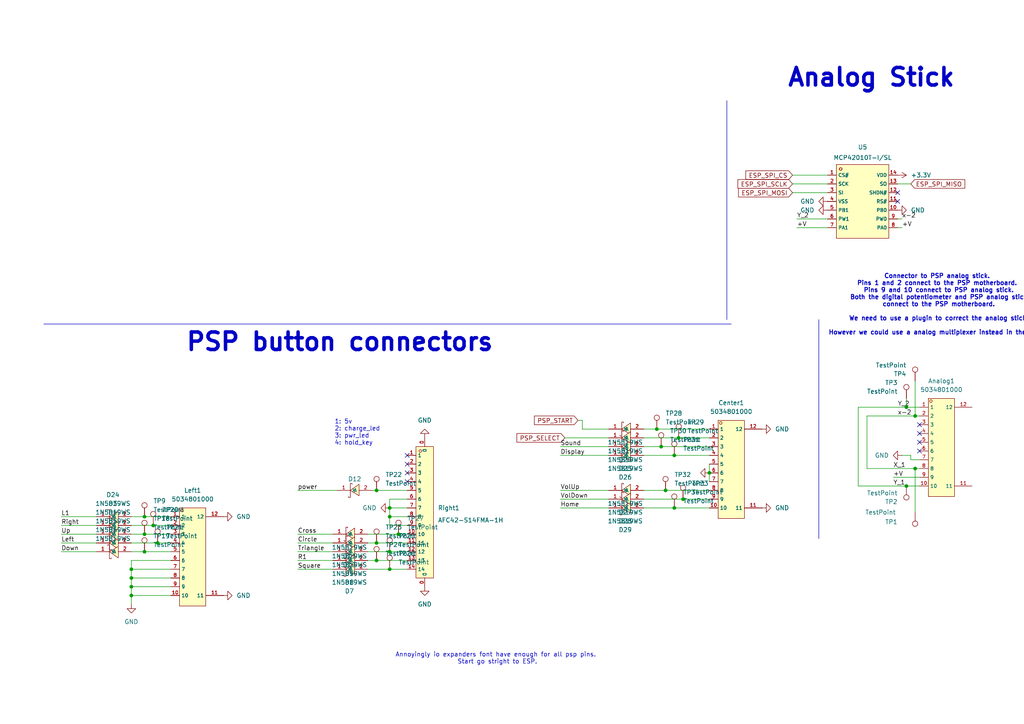
<source format=kicad_sch>
(kicad_sch (version 20231120) (generator "eeschema") (generator_version "8.0")
  (paper "A4")
  (title_block (title "PSP-Bluetooth") (date "2024-07-25") (rev "0.1") (comment 2 "https://github.com/ste2425/PSP-Bluetooth") (comment 4 "UNDER REVIEW - SUBJECT TO CHANGE"))
  (lib_symbols
    (symbol "5034801000_1"
      (property "Reference" "P" (at 0 1.27 0))
      (property "Value" "5034801000" (at 0 -2.54 0))
      (symbol "5034801000_1_0_1"
        (rectangle (start -1.27 13.97) (end 6.35 -14.478) (fill (type background)))
        (circle (center -0.508 13.208) (radius 0.381) (fill (type background)))
        (pin unspecified line (at -3.81 11.43 0) (length 2.54) (name "1") (number "1"))
        (pin unspecified line (at -3.81 -11.43 0) (length 2.54) (name "10") (number "10"))
        (pin unspecified line (at 11.43 -11.43 180) (length 5.08) (name "11") (number "11"))
        (pin unspecified line (at 11.43 11.43 180) (length 5.08) (name "12") (number "12"))
        (pin unspecified line (at -3.81 8.89 0) (length 2.54) (name "2") (number "2"))
        (pin unspecified line (at -3.81 6.35 0) (length 2.54) (name "3") (number "3"))
        (pin unspecified line (at -3.81 3.81 0) (length 2.54) (name "4") (number "4"))
        (pin unspecified line (at -3.81 1.27 0) (length 2.54) (name "5") (number "5"))
        (pin unspecified line (at -3.81 -1.27 0) (length 2.54) (name "6") (number "6"))
        (pin unspecified line (at -3.81 -3.81 0) (length 2.54) (name "7") (number "7"))
        (pin unspecified line (at -3.81 -6.35 0) (length 2.54) (name "8") (number "8"))
        (pin unspecified line (at -3.81 -8.89 0) (length 2.54) (name "9") (number "9"))
      )
    )
    (symbol "Connector:TestPoint" (pin_numbers hide) (pin_names (offset 0.762) hide)
      (property "Reference" "TP" (at 0 6.858 0))
      (property "Value" "TestPoint" (at 0 5.08 0))
      (symbol "TestPoint_0_1"
        (circle (center 0 3.302) (radius 0.762))
      )
      (symbol "TestPoint_1_1"
        (pin passive line (at 0 0 90) (length 2.54) (name "1") (number "1"))
      )
    )
    (symbol "JLCPCB_schematic:1N5819WS"
      (property "Reference" "D" (at 0 1.27 0))
      (property "Value" "1N5819WS" (at 0 -2.54 0))
      (symbol "1N5819WS_0_1"
        (polyline (pts (xy -1.27 0) (xy -1.27 -2.032) (xy -0.762 -2.032) (xy -0.762 -1.778)))
        (polyline (pts (xy -1.27 0) (xy -1.27 2.032) (xy -1.778 2.032) (xy -1.778 1.778)))
        (polyline (pts (xy 1.27 1.524) (xy -1.27 0) (xy 1.27 -1.778) (xy 1.27 1.524)) (fill (type background)))
        (pin unspecified line (at -5.08 0 0) (length 3.81) (name "K") (number "1"))
        (pin unspecified line (at 5.08 0 180) (length 3.81) (name "A") (number "2"))
      )
    )
    (symbol "JLCPCB_schematic:AFC42-S14FMA-1H"
      (property "Reference" "U" (at 0 1.27 0))
      (property "Value" "AFC42-S14FMA-1H" (at 0 -2.54 0))
      (symbol "AFC42-S14FMA-1H_0_1"
        (rectangle (start -2.54 19.05) (end 2.54 -19.05) (fill (type background)))
        (circle (center -1.27 17.78) (radius 0.381) (fill (type background)))
        (pin unspecified line (at 0 -21.59 90) (length 2.54) (name "0") (number "0"))
        (pin unspecified line (at 0 21.59 270) (length 2.54) (name "0") (number "0"))
        (pin unspecified line (at -5.08 16.51 0) (length 2.54) (name "1") (number "1"))
        (pin unspecified line (at -5.08 -6.35 0) (length 2.54) (name "10") (number "10"))
        (pin unspecified line (at -5.08 -8.89 0) (length 2.54) (name "11") (number "11"))
        (pin unspecified line (at -5.08 -11.43 0) (length 2.54) (name "12") (number "12"))
        (pin unspecified line (at -5.08 -13.97 0) (length 2.54) (name "13") (number "13"))
        (pin unspecified line (at -5.08 -16.51 0) (length 2.54) (name "14") (number "14"))
        (pin unspecified line (at -5.08 13.97 0) (length 2.54) (name "2") (number "2"))
        (pin unspecified line (at -5.08 11.43 0) (length 2.54) (name "3") (number "3"))
        (pin unspecified line (at -5.08 8.89 0) (length 2.54) (name "4") (number "4"))
        (pin unspecified line (at -5.08 6.35 0) (length 2.54) (name "5") (number "5"))
        (pin unspecified line (at -5.08 3.81 0) (length 2.54) (name "6") (number "6"))
        (pin unspecified line (at -5.08 1.27 0) (length 2.54) (name "7") (number "7"))
        (pin unspecified line (at -5.08 -1.27 0) (length 2.54) (name "8") (number "8"))
        (pin unspecified line (at -5.08 -3.81 0) (length 2.54) (name "9") (number "9"))
      )
    )
    (symbol "JLCPCB_schematic:MCP42010T-I/SL"
      (property "Reference" "U" (at 0 1.27 0))
      (property "Value" "MCP42010T-I{slash}SL" (at 0 -2.54 0))
      (symbol "MCP42010T-I/SL_0_1"
        (rectangle (start -7.62 10.668) (end 7.62 -10.668) (fill (type background)))
        (circle (center -6.35 9.398) (radius 0.381) (fill (type background)))
        (circle (center -6.35 9.398) (radius 0.381) (fill (type background)))
        (pin unspecified line (at -10.16 7.62 0) (length 2.54) (name "CS#") (number "1"))
        (pin unspecified line (at 10.16 -2.54 180) (length 2.54) (name "PB0") (number "10"))
        (pin unspecified line (at 10.16 0 180) (length 2.54) (name "RS#") (number "11"))
        (pin unspecified line (at 10.16 2.54 180) (length 2.54) (name "SHDN#") (number "12"))
        (pin unspecified line (at 10.16 5.08 180) (length 2.54) (name "SO") (number "13"))
        (pin unspecified line (at 10.16 7.62 180) (length 2.54) (name "VDD") (number "14"))
        (pin unspecified line (at -10.16 5.08 0) (length 2.54) (name "SCK") (number "2"))
        (pin unspecified line (at -10.16 2.54 0) (length 2.54) (name "SI") (number "3"))
        (pin unspecified line (at -10.16 0 0) (length 2.54) (name "VSS") (number "4"))
        (pin unspecified line (at -10.16 -2.54 0) (length 2.54) (name "PB1") (number "5"))
        (pin unspecified line (at -10.16 -5.08 0) (length 2.54) (name "PW1") (number "6"))
        (pin unspecified line (at -10.16 -7.62 0) (length 2.54) (name "PA1") (number "7"))
        (pin unspecified line (at 10.16 -7.62 180) (length 2.54) (name "PA0") (number "8"))
        (pin unspecified line (at 10.16 -5.08 180) (length 2.54) (name "PW0") (number "9"))
      )
    )
    (symbol "power:+3.3V" (power) (pin_numbers hide) (pin_names (offset 0) hide)
      (property "Value" "+3.3V" (at 0 3.556 0))
      (symbol "+3.3V_0_1"
        (polyline (pts (xy -0.762 1.27) (xy 0 2.54)))
        (polyline (pts (xy 0 0) (xy 0 2.54)))
        (polyline (pts (xy 0 2.54) (xy 0.762 1.27)))
      )
      (symbol "+3.3V_1_1"
        (pin power_in line (at 0 0 90) (length 0) (name "~") (number "1"))
      )
    )
    (symbol "power:GND" (power) (pin_numbers hide) (pin_names (offset 0) hide)
      (property "Value" "GND" (at 0 -3.81 0))
      (symbol "GND_0_1"
        (polyline (pts (xy 0 0) (xy 0 -1.27) (xy 1.27 -1.27) (xy 0 -2.54) (xy -1.27 -1.27) (xy 0 -1.27)))
      )
      (symbol "GND_1_1"
        (pin power_in line (at 0 0 270) (length 0) (name "~") (number "1"))
      )
    )
  )
  (junction (at 113.03 147.32))
  (junction (at 262.89 140.97))
  (junction (at 113.03 149.86))
  (junction (at 41.91 160.02))
  (junction (at 115.57 154.94))
  (junction (at 109.22 162.56))
  (junction (at 193.04 142.24))
  (junction (at 109.22 142.24))
  (junction (at 196.85 127))
  (junction (at 109.22 157.48))
  (junction (at 265.43 135.89))
  (junction (at 38.1 165.1))
  (junction (at 198.12 144.78))
  (junction (at 205.74 137.16))
  (junction (at 262.89 118.11))
  (junction (at 113.03 160.02))
  (junction (at 45.72 157.48))
  (junction (at 113.03 165.1))
  (junction (at 195.58 147.32))
  (junction (at 265.43 120.65))
  (junction (at 41.91 149.86))
  (junction (at 195.58 132.08))
  (junction (at 38.1 172.72))
  (junction (at 44.45 152.4))
  (junction (at 190.5 124.46))
  (junction (at 41.91 154.94))
  (junction (at 38.1 170.18))
  (junction (at 191.77 129.54))
  (junction (at 38.1 167.64))
  (no_connect (at 266.7 125.73))
  (no_connect (at 260.35 58.42))
  (no_connect (at 118.11 132.08))
  (no_connect (at 266.7 130.81))
  (no_connect (at 118.11 134.62))
  (no_connect (at 260.35 55.88))
  (no_connect (at 266.7 123.19))
  (no_connect (at 266.7 128.27))
  (no_connect (at 118.11 139.7))
  (no_connect (at 118.11 137.16))
  (wire (pts (xy 106.68 160.02) (xy 113.03 160.02)))
  (wire (pts (xy 259.08 138.43) (xy 266.7 138.43)))
  (wire (pts (xy 265.43 110.49) (xy 265.43 120.65)))
  (wire (pts (xy 229.87 50.8) (xy 240.03 50.8)))
  (wire (pts (xy 17.78 154.94) (xy 27.94 154.94)))
  (wire (pts (xy 118.11 149.86) (xy 113.03 149.86)))
  (wire (pts (xy 17.78 160.02) (xy 27.94 160.02)))
  (wire (pts (xy 265.43 120.65) (xy 266.7 120.65)))
  (wire (pts (xy 162.56 147.32) (xy 176.53 147.32)))
  (wire (pts (xy 186.69 132.08) (xy 195.58 132.08)))
  (wire (pts (xy 41.91 154.94) (xy 49.53 154.94)))
  (wire (pts (xy 38.1 172.72) (xy 49.53 172.72)))
  (wire (pts (xy 205.74 134.62) (xy 205.74 137.16)))
  (wire (pts (xy 118.11 144.78) (xy 113.03 144.78)))
  (wire (pts (xy 113.03 152.4) (xy 113.03 149.86)))
  (wire (pts (xy 229.87 55.88) (xy 240.03 55.88)))
  (wire (pts (xy 193.04 142.24) (xy 205.74 142.24)))
  (wire (pts (xy 163.83 127) (xy 176.53 127)))
  (wire (pts (xy 113.03 149.86) (xy 113.03 147.32)))
  (wire (pts (xy 265.43 135.89) (xy 266.7 135.89)))
  (wire (pts (xy 86.36 165.1) (xy 96.52 165.1)))
  (wire (pts (xy 38.1 162.56) (xy 38.1 165.1)))
  (wire (pts (xy 107.95 142.24) (xy 109.22 142.24)))
  (wire (pts (xy 168.91 124.46) (xy 176.53 124.46)))
  (wire (pts (xy 38.1 149.86) (xy 41.91 149.86)))
  (wire (pts (xy 260.35 66.04) (xy 261.62 66.04)))
  (wire (pts (xy 260.35 63.5) (xy 261.62 63.5)))
  (polyline (pts (xy 12.7 93.98) (xy 212.09 93.98)))
  (wire (pts (xy 195.58 147.32) (xy 205.74 147.32)))
  (wire (pts (xy 106.68 165.1) (xy 113.03 165.1)))
  (wire (pts (xy 86.36 160.02) (xy 96.52 160.02)))
  (wire (pts (xy 115.57 154.94) (xy 118.11 154.94)))
  (wire (pts (xy 38.1 157.48) (xy 45.72 157.48)))
  (wire (pts (xy 186.69 142.24) (xy 193.04 142.24)))
  (wire (pts (xy 106.68 157.48) (xy 109.22 157.48)))
  (wire (pts (xy 86.36 162.56) (xy 96.52 162.56)))
  (wire (pts (xy 231.14 63.5) (xy 240.03 63.5)))
  (wire (pts (xy 38.1 170.18) (xy 38.1 172.72)))
  (wire (pts (xy 113.03 165.1) (xy 118.11 165.1)))
  (wire (pts (xy 38.1 167.64) (xy 38.1 170.18)))
  (wire (pts (xy 113.03 160.02) (xy 118.11 160.02)))
  (wire (pts (xy 266.7 133.35) (xy 264.16 133.35)))
  (wire (pts (xy 186.69 147.32) (xy 195.58 147.32)))
  (wire (pts (xy 251.46 135.89) (xy 265.43 135.89)))
  (wire (pts (xy 167.64 121.92) (xy 168.91 121.92)))
  (wire (pts (xy 17.78 157.48) (xy 27.94 157.48)))
  (wire (pts (xy 168.91 121.92) (xy 168.91 124.46)))
  (wire (pts (xy 198.12 144.78) (xy 205.74 144.78)))
  (wire (pts (xy 118.11 152.4) (xy 113.03 152.4)))
  (wire (pts (xy 162.56 132.08) (xy 176.53 132.08)))
  (wire (pts (xy 260.35 53.34) (xy 264.16 53.34)))
  (wire (pts (xy 38.1 170.18) (xy 49.53 170.18)))
  (wire (pts (xy 109.22 162.56) (xy 118.11 162.56)))
  (wire (pts (xy 17.78 152.4) (xy 27.94 152.4)))
  (wire (pts (xy 265.43 148.59) (xy 265.43 135.89)))
  (wire (pts (xy 162.56 142.24) (xy 176.53 142.24)))
  (wire (pts (xy 106.68 154.94) (xy 115.57 154.94)))
  (wire (pts (xy 251.46 135.89) (xy 251.46 120.65)))
  (wire (pts (xy 264.16 133.35) (xy 264.16 132.08)))
  (polyline (pts (xy 210.82 29.21) (xy 210.82 92.71)))
  (wire (pts (xy 113.03 147.32) (xy 113.03 144.78)))
  (wire (pts (xy 262.89 115.57) (xy 262.89 118.11)))
  (wire (pts (xy 41.91 160.02) (xy 49.53 160.02)))
  (wire (pts (xy 262.89 118.11) (xy 266.7 118.11)))
  (wire (pts (xy 38.1 165.1) (xy 38.1 167.64)))
  (wire (pts (xy 251.46 120.65) (xy 265.43 120.65)))
  (wire (pts (xy 118.11 147.32) (xy 113.03 147.32)))
  (wire (pts (xy 86.36 142.24) (xy 97.79 142.24)))
  (wire (pts (xy 162.56 129.54) (xy 176.53 129.54)))
  (wire (pts (xy 186.69 124.46) (xy 190.5 124.46)))
  (wire (pts (xy 248.92 118.11) (xy 262.89 118.11)))
  (polyline (pts (xy 237.49 92.71) (xy 237.49 156.21)))
  (wire (pts (xy 229.87 53.34) (xy 240.03 53.34)))
  (wire (pts (xy 162.56 144.78) (xy 176.53 144.78)))
  (wire (pts (xy 86.36 154.94) (xy 96.52 154.94)))
  (wire (pts (xy 49.53 162.56) (xy 38.1 162.56)))
  (wire (pts (xy 262.89 140.97) (xy 266.7 140.97)))
  (wire (pts (xy 38.1 152.4) (xy 44.45 152.4)))
  (wire (pts (xy 17.78 149.86) (xy 27.94 149.86)))
  (wire (pts (xy 109.22 142.24) (xy 118.11 142.24)))
  (wire (pts (xy 38.1 167.64) (xy 49.53 167.64)))
  (wire (pts (xy 38.1 172.72) (xy 38.1 175.26)))
  (wire (pts (xy 264.16 132.08) (xy 261.62 132.08)))
  (wire (pts (xy 190.5 124.46) (xy 205.74 124.46)))
  (wire (pts (xy 195.58 132.08) (xy 205.74 132.08)))
  (wire (pts (xy 86.36 157.48) (xy 96.52 157.48)))
  (wire (pts (xy 38.1 154.94) (xy 41.91 154.94)))
  (wire (pts (xy 41.91 149.86) (xy 49.53 149.86)))
  (wire (pts (xy 106.68 162.56) (xy 109.22 162.56)))
  (wire (pts (xy 231.14 66.04) (xy 240.03 66.04)))
  (wire (pts (xy 248.92 140.97) (xy 262.89 140.97)))
  (wire (pts (xy 44.45 152.4) (xy 49.53 152.4)))
  (wire (pts (xy 186.69 144.78) (xy 198.12 144.78)))
  (wire (pts (xy 248.92 140.97) (xy 248.92 118.11)))
  (wire (pts (xy 38.1 165.1) (xy 49.53 165.1)))
  (wire (pts (xy 38.1 160.02) (xy 41.91 160.02)))
  (wire (pts (xy 45.72 157.48) (xy 49.53 157.48)))
  (wire (pts (xy 205.74 137.16) (xy 205.74 139.7)))
  (wire (pts (xy 196.85 127) (xy 205.74 127)))
  (wire (pts (xy 109.22 157.48) (xy 118.11 157.48)))
  (wire (pts (xy 186.69 129.54) (xy 191.77 129.54)))
  (wire (pts (xy 186.69 127) (xy 196.85 127)))
  (wire (pts (xy 191.77 129.54) (xy 205.74 129.54)))
  (text "PSP button connectors" (at 98.552 99.314 0) (effects (font (size 5.08 5.08) (thickness 1.016) (bold yes))))
  (text "1: 5v\n2: charge_led\n3: pwr_led\n4: hold_key" (at 97.028 125.476 0) (effects (font (size 1.27 1.27)) (justify left)))
  (text "Annoyingly io expanders font have enough for all psp pins. \nStart go stright to ESP." (at 144.272 191.008 0) (effects (font (size 1.27 1.27))))
  (text "Analog Stick" (at 252.73 22.606 0) (effects (font (size 5.08 5.08) (thickness 1.016) (bold yes))))
  (text "Connector to PSP analog stick. \nPins 1 and 2 connect to the PSP motherboard. \nPins 9 and 10 connect to PSP analog stick.\nBoth the digital potentiometer and PSP analog stick\nconnect to the PSP motherboard.\n\nWe need to use a plugin to correct the analog stick.\n\nHowever we could use a analog multiplexer instead in the future" (at 272.288 88.392 0) (effects (font (size 1.27 1.27) (bold yes))))
  (label "x-2" (at 261.62 63.5 0))
  (label "Left" (at 17.78 157.48 0))
  (label "Cross" (at 86.36 154.94 0))
  (label "X_1" (at 259.08 135.89 0))
  (label "Y_2" (at 231.14 63.5 0))
  (label "VolUp" (at 162.56 142.24 0))
  (label "+V" (at 259.08 138.43 0))
  (label "Y_2" (at 260.35 118.11 0))
  (label "R1" (at 86.36 162.56 0))
  (label "Display" (at 162.56 132.08 0))
  (label "Down" (at 17.78 160.02 0))
  (label "Triangle" (at 86.36 160.02 0))
  (label "+V" (at 231.14 66.04 0))
  (label "x-2" (at 260.35 120.65 0))
  (label "Right" (at 17.78 152.4 0))
  (label "L1" (at 17.78 149.86 0))
  (label "+V" (at 261.62 66.04 0))
  (label "Circle" (at 86.36 157.48 0))
  (label "power" (at 86.36 142.24 0))
  (label "Sound" (at 162.56 129.54 0))
  (label "Home" (at 162.56 147.32 0))
  (label "Square" (at 86.36 165.1 0))
  (label "Y_1" (at 259.08 140.97 0))
  (label "Up" (at 17.78 154.94 0))
  (label "VolDown" (at 162.56 144.78 0))
  (global_label "ESP_SPI_MOSI" (shape input) (at 229.87 55.88 180) (property "Intersheetrefs" "${INTERSHEET_REFS}" (effects (hide yes))))
  (global_label "ESP_SPI_MISO" (shape input) (at 264.16 53.34 0) (property "Intersheetrefs" "${INTERSHEET_REFS}" (effects (hide yes))))
  (global_label "ESP_SPI_CS" (shape input) (at 229.87 50.8 180) (property "Intersheetrefs" "${INTERSHEET_REFS}" (effects (hide yes))))
  (global_label "ESP_SPI_SCLK" (shape input) (at 229.87 53.34 180) (property "Intersheetrefs" "${INTERSHEET_REFS}" (effects (hide yes))))
  (global_label "PSP_SELECT" (shape input) (at 163.83 127 180) (property "Intersheetrefs" "${INTERSHEET_REFS}" (effects (hide yes))))
  (global_label "PSP_START" (shape input) (at 167.64 121.92 180) (property "Intersheetrefs" "${INTERSHEET_REFS}" (effects (hide yes))))
  (symbol (lib_id "power:GND") (at 220.98 124.46 90) (unit 1)
    (property "Reference" "#PWR039" (effects (hide yes)))
    (property "Value" "GND" (at 224.79 124.4599 90) (effects (justify right)))
    (property "Description" "Power symbol creates a global label with name \"GND\" , ground" (effects (hide yes)))
  )
  (symbol (lib_id "power:GND") (at 123.19 127 180) (unit 1)
    (property "Reference" "#PWR068" (effects (hide yes)))
    (property "Value" "GND" (at 123.19 121.92 0))
    (property "Description" "Power symbol creates a global label with name \"GND\" , ground" (effects (hide yes)))
  )
  (symbol (lib_id "power:GND") (at 64.77 172.72 90) (unit 1)
    (property "Reference" "#PWR047" (effects (hide yes)))
    (property "Value" "GND" (at 68.58 172.7199 90) (effects (justify right)))
    (property "Description" "Power symbol creates a global label with name \"GND\" , ground" (effects (hide yes)))
  )
  (symbol (lib_id "JLCPCB_schematic:1N5819WS") (at 33.02 157.48 0) (unit 1)
    (property "Reference" "D5" (at 32.766 151.13 0))
    (property "Value" "1N5819WS" (at 32.766 153.67 0))
    (property "Footprint" "JLCPCB_footprint:SOD-323_L1.8-W1.3-LS2.5-RD" (effects (hide yes)))
    (property "Datasheet" "https://item.szlcsc.com/295156.html" (effects (hide yes)))
    (property "Description" "shotkey diode" (effects (hide yes)))
    (property "LCSC" "C191023" (effects (hide yes)))
  )
  (symbol (lib_id "power:GND") (at 123.19 170.18 0) (unit 1)
    (property "Reference" "#PWR069" (effects (hide yes)))
    (property "Value" "GND" (at 123.19 175.26 0))
    (property "Description" "Power symbol creates a global label with name \"GND\" , ground" (effects (hide yes)))
  )
  (symbol (lib_id "Connector:TestPoint") (at 41.91 160.02 0) (unit 1)
    (property "Reference" "TP19" (at 44.45 155.4479 0) (effects (justify left)))
    (property "Value" "TestPoint" (at 44.45 157.9879 0) (effects (justify left)))
    (property "Footprint" "TestPoint:TestPoint_Pad_1.0x1.0mm" (effects (hide yes)))
    (property "Description" "test point" (effects (hide yes)))
  )
  (symbol (lib_id "JLCPCB_schematic:1N5819WS") (at 101.6 165.1 0) (mirror x) (unit 1)
    (property "Reference" "D7" (at 101.346 171.45 0))
    (property "Value" "1N5819WS" (at 101.346 168.91 0))
    (property "Footprint" "JLCPCB_footprint:SOD-323_L1.8-W1.3-LS2.5-RD" (effects (hide yes)))
    (property "Datasheet" "https://item.szlcsc.com/295156.html" (effects (hide yes)))
    (property "Description" "shotkey diode" (effects (hide yes)))
    (property "LCSC" "C191023" (effects (hide yes)))
  )
  (symbol (lib_id "power:GND") (at 261.62 132.08 270) (unit 1)
    (property "Reference" "#PWR040" (effects (hide yes)))
    (property "Value" "GND" (at 257.81 132.0799 90) (effects (justify right)))
    (property "Description" "Power symbol creates a global label with name \"GND\" , ground" (effects (hide yes)))
  )
  (symbol (lib_id "power:GND") (at 38.1 175.26 0) (unit 1)
    (property "Reference" "#PWR037" (effects (hide yes)))
    (property "Value" "GND" (at 38.1 180.34 0))
    (property "Description" "Power symbol creates a global label with name \"GND\" , ground" (effects (hide yes)))
  )
  (symbol (lib_name "5034801000_1") (lib_id "JLCPCB_schematic:5034801000") (at 209.55 135.89 0) (unit 1)
    (property "Reference" "Center1" (at 212.09 116.84 0))
    (property "Value" "5034801000" (at 212.09 119.38 0))
    (property "Footprint" "JLCPCB_footprint:FPC-SMD_5034801000" (effects (hide yes)))
    (property "Datasheet" "https://item.szlcsc.com/138637.html" (effects (hide yes)))
    (property "Description" "10pin FFC" (effects (hide yes)))
    (property "LCSC" "C127355" (effects (hide yes)))
  )
  (symbol (lib_id "Connector:TestPoint") (at 262.89 140.97 180) (unit 1)
    (property "Reference" "TP2" (at 260.35 145.5421 0) (effects (justify left)))
    (property "Value" "TestPoint" (at 260.35 143.0021 0) (effects (justify left)))
    (property "Footprint" "TestPoint:TestPoint_Pad_1.5x1.5mm" (effects (hide yes)))
    (property "Description" "test point" (effects (hide yes)))
  )
  (symbol (lib_id "Connector:TestPoint") (at 109.22 162.56 0) (unit 1)
    (property "Reference" "TP24" (at 111.76 157.9879 0) (effects (justify left)))
    (property "Value" "TestPoint" (at 111.76 160.5279 0) (effects (justify left)))
    (property "Footprint" "TestPoint:TestPoint_Pad_1.0x1.0mm" (effects (hide yes)))
    (property "Description" "test point" (effects (hide yes)))
  )
  (symbol (lib_id "JLCPCB_schematic:AFC42-S14FMA-1H") (at 123.19 148.59 0) (unit 1)
    (property "Reference" "Right1" (at 127 147.3199 0) (effects (justify left)))
    (property "Value" "AFC42-S14FMA-1H" (at 127 150.876 0) (effects (justify left)))
    (property "Footprint" "JLCPCB_footprint:CONN-SMD_14P-P0.50_L3.1-W9.0" (effects (hide yes)))
    (property "Datasheet" "https://item.szlcsc.com/472046.html?ref=editor&logined=true" (effects (hide yes)))
    (property "Description" "14pin 0.5mm pitch 1mm height top/bottom contacts" (effects (hide yes)))
    (property "LCSC" "C466533" (effects (hide yes)))
  )
  (symbol (lib_id "JLCPCB_schematic:1N5819WS") (at 101.6 157.48 0) (mirror x) (unit 1)
    (property "Reference" "D10" (at 101.346 163.83 0))
    (property "Value" "1N5819WS" (at 101.346 161.29 0))
    (property "Footprint" "JLCPCB_footprint:SOD-323_L1.8-W1.3-LS2.5-RD" (effects (hide yes)))
    (property "Datasheet" "https://item.szlcsc.com/295156.html" (effects (hide yes)))
    (property "Description" "shotkey diode" (effects (hide yes)))
    (property "LCSC" "C191023" (effects (hide yes)))
  )
  (symbol (lib_name "5034801000_1") (lib_id "JLCPCB_schematic:5034801000") (at 270.51 129.54 0) (unit 1)
    (property "Reference" "Analog1" (at 273.05 110.49 0))
    (property "Value" "5034801000" (at 273.05 113.03 0))
    (property "Footprint" "JLCPCB_footprint:FPC-SMD_5034801000" (effects (hide yes)))
    (property "Datasheet" "https://item.szlcsc.com/138637.html" (effects (hide yes)))
    (property "Description" "10pin FFC" (effects (hide yes)))
    (property "LCSC" "C127355" (effects (hide yes)))
  )
  (symbol (lib_id "Connector:TestPoint") (at 109.22 157.48 0) (unit 1)
    (property "Reference" "TP23" (at 111.76 152.9079 0) (effects (justify left)))
    (property "Value" "TestPoint" (at 111.76 155.4479 0) (effects (justify left)))
    (property "Footprint" "TestPoint:TestPoint_Pad_1.0x1.0mm" (effects (hide yes)))
    (property "Description" "test point" (effects (hide yes)))
  )
  (symbol (lib_id "Connector:TestPoint") (at 265.43 148.59 180) (unit 1)
    (property "Reference" "TP1" (at 260.35 151.384 0) (effects (justify left)))
    (property "Value" "TestPoint" (at 259.842 148.59 0) (effects (justify left)))
    (property "Footprint" "TestPoint:TestPoint_Pad_1.5x1.5mm" (effects (hide yes)))
    (property "Description" "test point" (effects (hide yes)))
  )
  (symbol (lib_id "power:+3.3V") (at 260.35 50.8 270) (unit 1)
    (property "Reference" "#PWR024" (effects (hide yes)))
    (property "Value" "+3.3V" (at 264.16 50.7999 90) (effects (justify left)))
    (property "Description" "Power symbol creates a global label with name \"+3.3V\"" (effects (hide yes)))
  )
  (symbol (lib_id "Connector:TestPoint") (at 195.58 132.08 0) (unit 1)
    (property "Reference" "TP31" (at 198.12 127.5079 0) (effects (justify left)))
    (property "Value" "TestPoint" (at 198.12 130.0479 0) (effects (justify left)))
    (property "Footprint" "TestPoint:TestPoint_Pad_1.0x1.0mm" (effects (hide yes)))
    (property "Description" "test point" (effects (hide yes)))
  )
  (symbol (lib_id "JLCPCB_schematic:1N5819WS") (at 181.61 124.46 0) (mirror x) (unit 1)
    (property "Reference" "D1" (at 181.356 130.81 0))
    (property "Value" "1N5819WS" (at 181.356 128.27 0))
    (property "Footprint" "JLCPCB_footprint:SOD-323_L1.8-W1.3-LS2.5-RD" (effects (hide yes)))
    (property "Datasheet" "https://item.szlcsc.com/295156.html" (effects (hide yes)))
    (property "Description" "shotkey diode" (effects (hide yes)))
    (property "LCSC" "C191023" (effects (hide yes)))
  )
  (symbol (lib_id "Connector:TestPoint") (at 115.57 154.94 0) (unit 1)
    (property "Reference" "TP27" (at 118.11 150.3679 0) (effects (justify left)))
    (property "Value" "TestPoint" (at 118.11 152.9079 0) (effects (justify left)))
    (property "Footprint" "TestPoint:TestPoint_Pad_1.0x1.0mm" (effects (hide yes)))
    (property "Description" "test point" (effects (hide yes)))
  )
  (symbol (lib_id "Connector:TestPoint") (at 109.22 142.24 0) (unit 1)
    (property "Reference" "TP22" (at 111.76 137.6679 0) (effects (justify left)))
    (property "Value" "TestPoint" (at 111.76 140.2079 0) (effects (justify left)))
    (property "Footprint" "TestPoint:TestPoint_Pad_1.0x1.0mm" (effects (hide yes)))
    (property "Description" "test point" (effects (hide yes)))
  )
  (symbol (lib_id "JLCPCB_schematic:1N5819WS") (at 33.02 149.86 0) (unit 1)
    (property "Reference" "D24" (at 32.766 143.51 0))
    (property "Value" "1N5819WS" (at 32.766 146.05 0))
    (property "Footprint" "JLCPCB_footprint:SOD-323_L1.8-W1.3-LS2.5-RD" (effects (hide yes)))
    (property "Datasheet" "https://item.szlcsc.com/295156.html" (effects (hide yes)))
    (property "Description" "shotkey diode" (effects (hide yes)))
    (property "LCSC" "C191023" (effects (hide yes)))
  )
  (symbol (lib_id "power:GND") (at 205.74 137.16 270) (unit 1)
    (property "Reference" "#PWR064" (effects (hide yes)))
    (property "Value" "GND" (effects (hide yes)))
    (property "Description" "Power symbol creates a global label with name \"GND\" , ground" (effects (hide yes)))
  )
  (symbol (lib_id "Connector:TestPoint") (at 190.5 124.46 0) (unit 1)
    (property "Reference" "TP28" (at 193.04 119.8879 0) (effects (justify left)))
    (property "Value" "TestPoint" (at 193.04 122.4279 0) (effects (justify left)))
    (property "Footprint" "TestPoint:TestPoint_Pad_1.0x1.0mm" (effects (hide yes)))
    (property "Description" "test point" (effects (hide yes)))
  )
  (symbol (lib_id "Connector:TestPoint") (at 191.77 129.54 0) (unit 1)
    (property "Reference" "TP30" (at 194.31 124.9679 0) (effects (justify left)))
    (property "Value" "TestPoint" (at 194.31 127.5079 0) (effects (justify left)))
    (property "Footprint" "TestPoint:TestPoint_Pad_1.0x1.0mm" (effects (hide yes)))
    (property "Description" "test point" (effects (hide yes)))
  )
  (symbol (lib_id "power:GND") (at 260.35 60.96 90) (unit 1)
    (property "Reference" "#PWR027" (effects (hide yes)))
    (property "Value" "GND" (at 264.16 60.9599 90) (effects (justify right)))
    (property "Description" "Power symbol creates a global label with name \"GND\" , ground" (effects (hide yes)))
  )
  (symbol (lib_id "JLCPCB_schematic:1N5819WS") (at 33.02 154.94 0) (unit 1)
    (property "Reference" "D4" (at 32.766 148.59 0))
    (property "Value" "1N5819WS" (at 32.766 151.13 0))
    (property "Footprint" "JLCPCB_footprint:SOD-323_L1.8-W1.3-LS2.5-RD" (effects (hide yes)))
    (property "Datasheet" "https://item.szlcsc.com/295156.html" (effects (hide yes)))
    (property "Description" "shotkey diode" (effects (hide yes)))
    (property "LCSC" "C191023" (effects (hide yes)))
  )
  (symbol (lib_id "JLCPCB_schematic:1N5819WS") (at 101.6 160.02 0) (mirror x) (unit 1)
    (property "Reference" "D9" (at 101.346 166.37 0))
    (property "Value" "1N5819WS" (at 101.346 163.83 0))
    (property "Footprint" "JLCPCB_footprint:SOD-323_L1.8-W1.3-LS2.5-RD" (effects (hide yes)))
    (property "Datasheet" "https://item.szlcsc.com/295156.html" (effects (hide yes)))
    (property "Description" "shotkey diode" (effects (hide yes)))
    (property "LCSC" "C191023" (effects (hide yes)))
  )
  (symbol (lib_name "5034801000_1") (lib_id "JLCPCB_schematic:5034801000") (at 53.34 161.29 0) (unit 1)
    (property "Reference" "Left1" (at 55.88 142.24 0))
    (property "Value" "5034801000" (at 55.88 144.78 0))
    (property "Footprint" "JLCPCB_footprint:FPC-SMD_5034801000" (effects (hide yes)))
    (property "Datasheet" "https://item.szlcsc.com/138637.html" (effects (hide yes)))
    (property "Description" "10pin FFC" (effects (hide yes)))
    (property "LCSC" "C127355" (effects (hide yes)))
  )
  (symbol (lib_id "Connector:TestPoint") (at 198.12 144.78 0) (unit 1)
    (property "Reference" "TP33" (at 200.66 140.2079 0) (effects (justify left)))
    (property "Value" "TestPoint" (at 200.66 142.7479 0) (effects (justify left)))
    (property "Footprint" "TestPoint:TestPoint_Pad_1.0x1.0mm" (effects (hide yes)))
    (property "Description" "test point" (effects (hide yes)))
  )
  (symbol (lib_id "Connector:TestPoint") (at 113.03 160.02 0) (unit 1)
    (property "Reference" "TP25" (at 115.57 155.4479 0) (effects (justify left)))
    (property "Value" "TestPoint" (at 115.57 157.9879 0) (effects (justify left)))
    (property "Footprint" "TestPoint:TestPoint_Pad_1.0x1.0mm" (effects (hide yes)))
    (property "Description" "test point" (effects (hide yes)))
  )
  (symbol (lib_id "JLCPCB_schematic:MCP42010T-I/SL") (at 250.19 58.42 0) (unit 1)
    (property "Reference" "U5" (at 250.19 42.672 0))
    (property "Value" "MCP42010T-I/SL" (at 250.19 45.72 0))
    (property "Footprint" "JLCPCB_footprint:SOIC-14_L10.0-W5.5-P1.27-LS7.8-BL" (effects (hide yes)))
    (property "Datasheet" "https://item.szlcsc.com/7181.html" (effects (hide yes)))
    (property "Description" "10k SPI 256 step digital pot" (effects (hide yes)))
    (property "LCSC" "C54781" (effects (hide yes)))
  )
  (symbol (lib_id "JLCPCB_schematic:1N5819WS") (at 181.61 127 0) (mirror x) (unit 1)
    (property "Reference" "D20" (at 181.356 133.35 0))
    (property "Value" "1N5819WS" (at 181.356 130.81 0))
    (property "Footprint" "JLCPCB_footprint:SOD-323_L1.8-W1.3-LS2.5-RD" (effects (hide yes)))
    (property "Datasheet" "https://item.szlcsc.com/295156.html" (effects (hide yes)))
    (property "Description" "shotkey diode" (effects (hide yes)))
    (property "LCSC" "C191023" (effects (hide yes)))
  )
  (symbol (lib_id "Connector:TestPoint") (at 196.85 127 0) (unit 1)
    (property "Reference" "TP29" (at 199.39 122.4279 0) (effects (justify left)))
    (property "Value" "TestPoint" (at 199.39 124.9679 0) (effects (justify left)))
    (property "Footprint" "TestPoint:TestPoint_Pad_1.0x1.0mm" (effects (hide yes)))
    (property "Description" "test point" (effects (hide yes)))
  )
  (symbol (lib_id "JLCPCB_schematic:1N5819WS") (at 33.02 152.4 0) (unit 1)
    (property "Reference" "D3" (at 32.766 146.05 0))
    (property "Value" "1N5819WS" (at 32.766 148.59 0))
    (property "Footprint" "JLCPCB_footprint:SOD-323_L1.8-W1.3-LS2.5-RD" (effects (hide yes)))
    (property "Datasheet" "https://item.szlcsc.com/295156.html" (effects (hide yes)))
    (property "Description" "shotkey diode" (effects (hide yes)))
    (property "LCSC" "C191023" (effects (hide yes)))
  )
  (symbol (lib_id "power:GND") (at 64.77 149.86 90) (unit 1)
    (property "Reference" "#PWR044" (effects (hide yes)))
    (property "Value" "GND" (at 68.58 149.8599 90) (effects (justify right)))
    (property "Description" "Power symbol creates a global label with name \"GND\" , ground" (effects (hide yes)))
  )
  (symbol (lib_id "Connector:TestPoint") (at 262.89 115.57 0) (mirror y) (unit 1)
    (property "Reference" "TP3" (at 260.35 110.9979 0) (effects (justify left)))
    (property "Value" "TestPoint" (at 260.35 113.5379 0) (effects (justify left)))
    (property "Footprint" "TestPoint:TestPoint_Pad_1.5x1.5mm" (effects (hide yes)))
    (property "Description" "test point" (effects (hide yes)))
  )
  (symbol (lib_id "Connector:TestPoint") (at 195.58 147.32 0) (unit 1)
    (property "Reference" "TP34" (at 198.12 142.7479 0) (effects (justify left)))
    (property "Value" "TestPoint" (at 198.12 145.2879 0) (effects (justify left)))
    (property "Footprint" "TestPoint:TestPoint_Pad_1.0x1.0mm" (effects (hide yes)))
    (property "Description" "test point" (effects (hide yes)))
  )
  (symbol (lib_id "Connector:TestPoint") (at 193.04 142.24 0) (unit 1)
    (property "Reference" "TP32" (at 195.58 137.6679 0) (effects (justify left)))
    (property "Value" "TestPoint" (at 195.58 140.2079 0) (effects (justify left)))
    (property "Footprint" "TestPoint:TestPoint_Pad_1.0x1.0mm" (effects (hide yes)))
    (property "Description" "test point" (effects (hide yes)))
  )
  (symbol (lib_id "Connector:TestPoint") (at 265.43 110.49 0) (unit 1)
    (property "Reference" "TP4" (at 262.89 108.4581 0) (effects (justify right)))
    (property "Value" "TestPoint" (at 262.89 105.9181 0) (effects (justify right)))
    (property "Footprint" "TestPoint:TestPoint_Pad_1.5x1.5mm" (effects (hide yes)))
    (property "Description" "test point" (effects (hide yes)))
  )
  (symbol (lib_id "Connector:TestPoint") (at 113.03 165.1 0) (unit 1)
    (property "Reference" "TP26" (at 115.57 160.5279 0) (effects (justify left)))
    (property "Value" "TestPoint" (at 115.57 163.0679 0) (effects (justify left)))
    (property "Footprint" "TestPoint:TestPoint_Pad_1.0x1.0mm" (effects (hide yes)))
    (property "Description" "test point" (effects (hide yes)))
  )
  (symbol (lib_id "power:GND") (at 113.03 147.32 270) (unit 1)
    (property "Reference" "#PWR038" (effects (hide yes)))
    (property "Value" "GND" (at 109.22 147.3199 90) (effects (justify right)))
    (property "Description" "Power symbol creates a global label with name \"GND\" , ground" (effects (hide yes)))
  )
  (symbol (lib_id "JLCPCB_schematic:1N5819WS") (at 181.61 147.32 0) (mirror x) (unit 1)
    (property "Reference" "D29" (at 181.356 153.67 0))
    (property "Value" "1N5819WS" (at 181.356 151.13 0))
    (property "Footprint" "JLCPCB_footprint:SOD-323_L1.8-W1.3-LS2.5-RD" (effects (hide yes)))
    (property "Datasheet" "https://item.szlcsc.com/295156.html" (effects (hide yes)))
    (property "Description" "shotkey diode" (effects (hide yes)))
    (property "LCSC" "C191023" (effects (hide yes)))
  )
  (symbol (lib_id "JLCPCB_schematic:1N5819WS") (at 181.61 132.08 0) (mirror x) (unit 1)
    (property "Reference" "D26" (at 181.356 138.43 0))
    (property "Value" "1N5819WS" (at 181.356 135.89 0))
    (property "Footprint" "JLCPCB_footprint:SOD-323_L1.8-W1.3-LS2.5-RD" (effects (hide yes)))
    (property "Datasheet" "https://item.szlcsc.com/295156.html" (effects (hide yes)))
    (property "Description" "shotkey diode" (effects (hide yes)))
    (property "LCSC" "C191023" (effects (hide yes)))
  )
  (symbol (lib_id "power:GND") (at 220.98 147.32 90) (unit 1)
    (property "Reference" "#PWR065" (effects (hide yes)))
    (property "Value" "GND" (at 224.79 147.3199 90) (effects (justify right)))
    (property "Description" "Power symbol creates a global label with name \"GND\" , ground" (effects (hide yes)))
  )
  (symbol (lib_id "power:GND") (at 240.03 58.42 270) (unit 1)
    (property "Reference" "#PWR025" (effects (hide yes)))
    (property "Value" "GND" (at 236.22 58.4199 90) (effects (justify right)))
    (property "Description" "Power symbol creates a global label with name \"GND\" , ground" (effects (hide yes)))
  )
  (symbol (lib_id "Connector:TestPoint") (at 44.45 152.4 0) (unit 1)
    (property "Reference" "TP20" (at 46.99 147.8279 0) (effects (justify left)))
    (property "Value" "TestPoint" (at 46.99 150.3679 0) (effects (justify left)))
    (property "Footprint" "TestPoint:TestPoint_Pad_1.0x1.0mm" (effects (hide yes)))
    (property "Description" "test point" (effects (hide yes)))
  )
  (symbol (lib_id "Connector:TestPoint") (at 41.91 154.94 0) (unit 1)
    (property "Reference" "TP18" (at 44.45 150.3679 0) (effects (justify left)))
    (property "Value" "TestPoint" (at 44.45 152.9079 0) (effects (justify left)))
    (property "Footprint" "TestPoint:TestPoint_Pad_1.0x1.0mm" (effects (hide yes)))
    (property "Description" "test point" (effects (hide yes)))
  )
  (symbol (lib_id "JLCPCB_schematic:1N5819WS") (at 33.02 160.02 0) (unit 1)
    (property "Reference" "D6" (at 32.766 153.67 0))
    (property "Value" "1N5819WS" (at 32.766 156.21 0))
    (property "Footprint" "JLCPCB_footprint:SOD-323_L1.8-W1.3-LS2.5-RD" (effects (hide yes)))
    (property "Datasheet" "https://item.szlcsc.com/295156.html" (effects (hide yes)))
    (property "Description" "shotkey diode" (effects (hide yes)))
    (property "LCSC" "C191023" (effects (hide yes)))
  )
  (symbol (lib_id "Connector:TestPoint") (at 45.72 157.48 0) (unit 1)
    (property "Reference" "TP21" (at 48.26 152.9079 0) (effects (justify left)))
    (property "Value" "TestPoint" (at 48.26 155.4479 0) (effects (justify left)))
    (property "Footprint" "TestPoint:TestPoint_Pad_1.0x1.0mm" (effects (hide yes)))
    (property "Description" "test point" (effects (hide yes)))
  )
  (symbol (lib_id "JLCPCB_schematic:1N5819WS") (at 101.6 162.56 0) (mirror x) (unit 1)
    (property "Reference" "D8" (at 101.346 168.91 0))
    (property "Value" "1N5819WS" (at 101.346 166.37 0))
    (property "Footprint" "JLCPCB_footprint:SOD-323_L1.8-W1.3-LS2.5-RD" (effects (hide yes)))
    (property "Datasheet" "https://item.szlcsc.com/295156.html" (effects (hide yes)))
    (property "Description" "shotkey diode" (effects (hide yes)))
    (property "LCSC" "C191023" (effects (hide yes)))
  )
  (symbol (lib_id "JLCPCB_schematic:1N5819WS") (at 181.61 144.78 0) (mirror x) (unit 1)
    (property "Reference" "D28" (at 181.356 151.13 0))
    (property "Value" "1N5819WS" (at 181.356 148.59 0))
    (property "Footprint" "JLCPCB_footprint:SOD-323_L1.8-W1.3-LS2.5-RD" (effects (hide yes)))
    (property "Datasheet" "https://item.szlcsc.com/295156.html" (effects (hide yes)))
    (property "Description" "shotkey diode" (effects (hide yes)))
    (property "LCSC" "C191023" (effects (hide yes)))
  )
  (symbol (lib_id "power:GND") (at 240.03 60.96 270) (unit 1)
    (property "Reference" "#PWR026" (effects (hide yes)))
    (property "Value" "GND" (at 236.22 60.9599 90) (effects (justify right)))
    (property "Description" "Power symbol creates a global label with name \"GND\" , ground" (effects (hide yes)))
  )
  (symbol (lib_id "JLCPCB_schematic:1N5819WS") (at 181.61 142.24 0) (mirror x) (unit 1)
    (property "Reference" "D27" (at 181.356 148.59 0))
    (property "Value" "1N5819WS" (at 181.356 146.05 0))
    (property "Footprint" "JLCPCB_footprint:SOD-323_L1.8-W1.3-LS2.5-RD" (effects (hide yes)))
    (property "Datasheet" "https://item.szlcsc.com/295156.html" (effects (hide yes)))
    (property "Description" "shotkey diode" (effects (hide yes)))
    (property "LCSC" "C191023" (effects (hide yes)))
  )
  (symbol (lib_id "JLCPCB_schematic:1N5819WS") (at 102.87 142.24 0) (mirror x) (unit 1)
    (property "Reference" "D12" (at 102.87 138.938 0))
    (property "Value" "1N5819WS" (effects (hide yes)))
    (property "Footprint" "JLCPCB_footprint:SOD-323_L1.8-W1.3-LS2.5-RD" (effects (hide yes)))
    (property "Datasheet" "https://item.szlcsc.com/295156.html" (effects (hide yes)))
    (property "Description" "shotkey diode" (effects (hide yes)))
    (property "LCSC" "C191023" (effects (hide yes)))
  )
  (symbol (lib_id "Connector:TestPoint") (at 41.91 149.86 0) (unit 1)
    (property "Reference" "TP9" (at 44.45 145.2879 0) (effects (justify left)))
    (property "Value" "TestPoint" (at 44.45 147.8279 0) (effects (justify left)))
    (property "Footprint" "TestPoint:TestPoint_Pad_1.0x1.0mm" (effects (hide yes)))
    (property "Description" "test point" (effects (hide yes)))
  )
  (symbol (lib_id "JLCPCB_schematic:1N5819WS") (at 101.6 154.94 0) (mirror x) (unit 1)
    (property "Reference" "D11" (at 101.346 161.29 0))
    (property "Value" "1N5819WS" (at 101.346 158.75 0))
    (property "Footprint" "JLCPCB_footprint:SOD-323_L1.8-W1.3-LS2.5-RD" (effects (hide yes)))
    (property "Datasheet" "https://item.szlcsc.com/295156.html" (effects (hide yes)))
    (property "Description" "shotkey diode" (effects (hide yes)))
    (property "LCSC" "C191023" (effects (hide yes)))
  )
  (symbol (lib_id "JLCPCB_schematic:1N5819WS") (at 181.61 129.54 0) (mirror x) (unit 1)
    (property "Reference" "D25" (at 181.356 135.89 0))
    (property "Value" "1N5819WS" (at 181.356 133.35 0))
    (property "Footprint" "JLCPCB_footprint:SOD-323_L1.8-W1.3-LS2.5-RD" (effects (hide yes)))
    (property "Datasheet" "https://item.szlcsc.com/295156.html" (effects (hide yes)))
    (property "Description" "shotkey diode" (effects (hide yes)))
    (property "LCSC" "C191023" (effects (hide yes)))
  )
)
</source>
